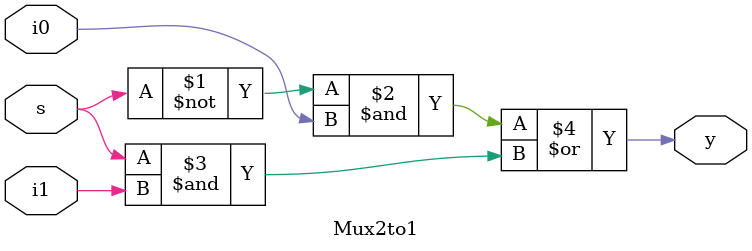
<source format=v>
module Mux2to1(i0,i1,s,y);
	input i0,i1,s;    
	output y;         

  	assign y = ((~s)&i0) | (s&i1);
		
endmodule




</source>
